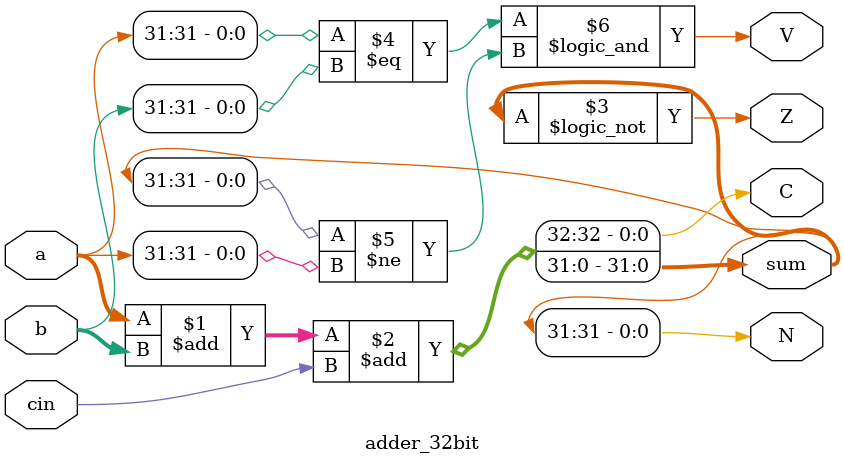
<source format=sv>
`timescale 1ns/1ps

module adder_32bit (
    input  logic [31:0] a,
    input  logic [31:0] b,
    input  logic cin,
    output logic [31:0] sum,
    output logic N, Z, C, V
);
    assign {C, sum} = a + b + cin;
    assign N = sum[31];
    assign Z = (sum == 32'b0);
    assign V = (a[31] == b[31]) && (sum[31] != a[31]);  // Carry in != Carry out for MSB

endmodule
</source>
